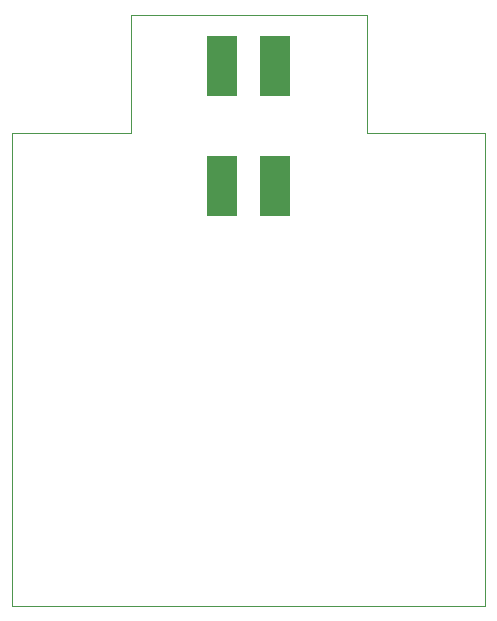
<source format=gbp>
G75*
%MOIN*%
%OFA0B0*%
%FSLAX24Y24*%
%IPPOS*%
%LPD*%
%AMOC8*
5,1,8,0,0,1.08239X$1,22.5*
%
%ADD10C,0.0039*%
%ADD11R,0.1000X0.2000*%
D10*
X001158Y000120D02*
X016906Y000120D01*
X016906Y015868D01*
X012969Y015868D01*
X012969Y019805D01*
X005095Y019805D01*
X005095Y015868D01*
X001158Y015868D01*
X001158Y000120D01*
D11*
X008158Y014120D03*
X009908Y014120D03*
X009908Y018120D03*
X008158Y018120D03*
M02*

</source>
